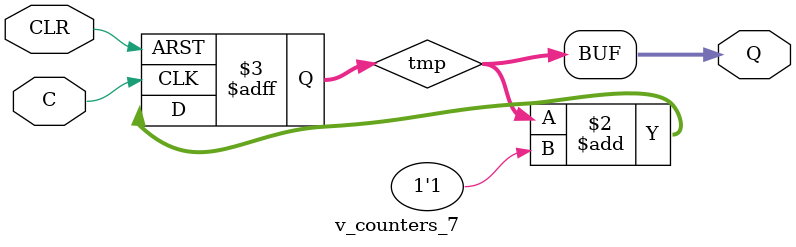
<source format=v>
module v_counters_7 (C, CLR, Q);
    input C, CLR;
    output signed [3:0] Q;
    reg signed [3:0] tmp;

    always @ (posedge C or posedge CLR)
    begin
        if (CLR)
            tmp <= 4'b0000;
        else
            tmp <= tmp + 1'b1;
    end

    assign Q = tmp;

endmodule

</source>
